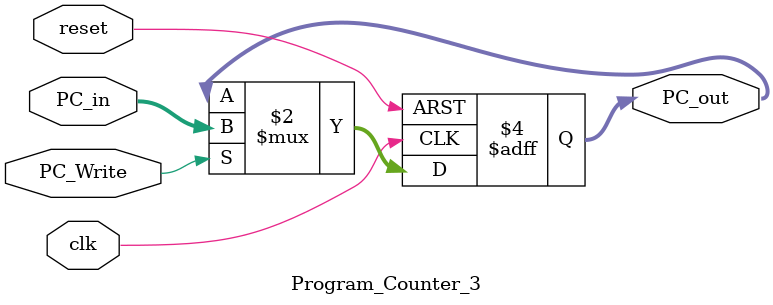
<source format=v>
`timescale 1ns / 1ps

module Program_Counter_3(
    input clk, reset,
    input [63:0] PC_in,
    input PC_Write,
    output reg [63:0] PC_out

);
    always @(posedge clk or posedge reset) begin
    if (reset)
        PC_out <= 64'b0;
    else if (PC_Write)
        PC_out <= PC_in;  // Only update when PC_Write is 1
end

endmodule

</source>
